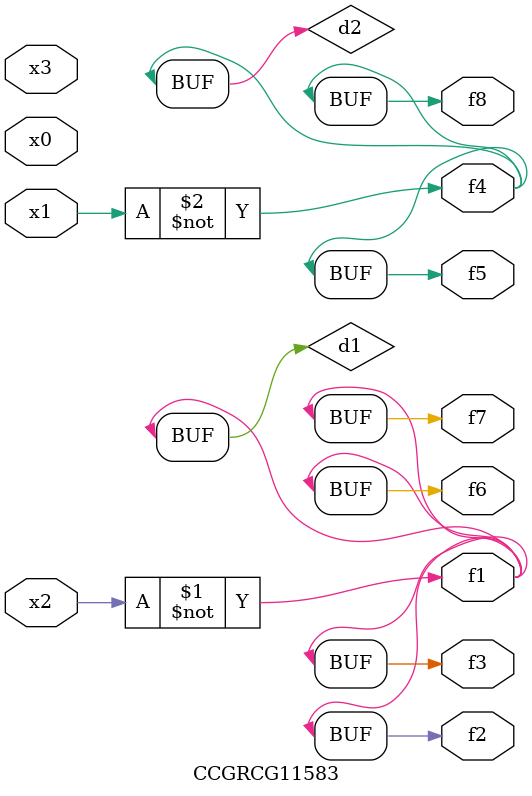
<source format=v>
module CCGRCG11583(
	input x0, x1, x2, x3,
	output f1, f2, f3, f4, f5, f6, f7, f8
);

	wire d1, d2;

	xnor (d1, x2);
	not (d2, x1);
	assign f1 = d1;
	assign f2 = d1;
	assign f3 = d1;
	assign f4 = d2;
	assign f5 = d2;
	assign f6 = d1;
	assign f7 = d1;
	assign f8 = d2;
endmodule

</source>
